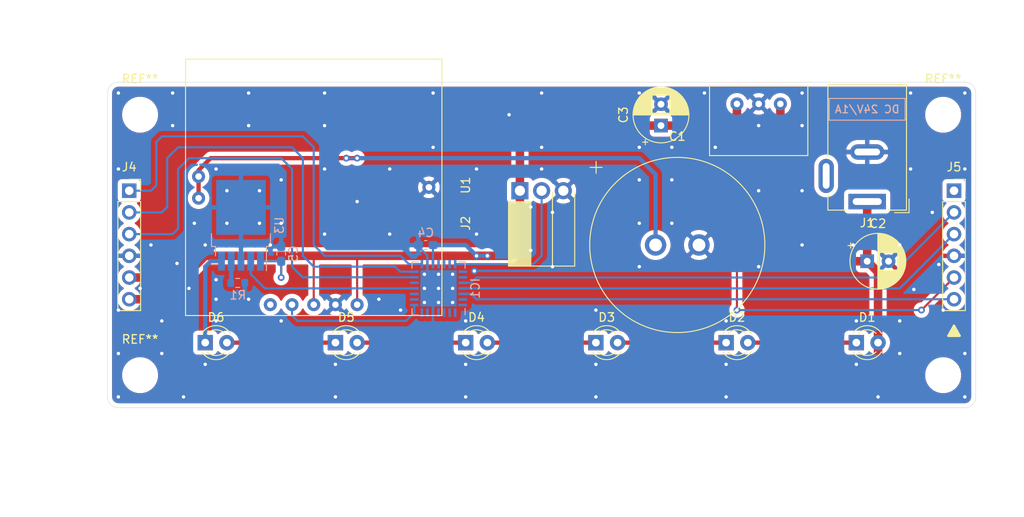
<source format=kicad_pcb>
(kicad_pcb (version 20171130) (host pcbnew "(5.1.8)-1")
  (layers (0 F.Cu signal) (31 B.Cu signal) (34 B.Paste user) (35 F.Paste user) (36 B.SilkS user) (37 F.SilkS user) (38 B.Mask user) (39 F.Mask user) (44 Edge.Cuts user))
  (net 0 "")
  (net 1 GND)
  (net 2 "Net-(C1-Pad1)")
  (net 3 +24V)
  (net 4 +3V3)
  (net 5 "Net-(D1-Pad1)")
  (net 6 "Net-(D2-Pad1)")
  (net 7 "Net-(D3-Pad1)")
  (net 8 "Net-(D4-Pad1)")
  (net 9 "Net-(D5-Pad1)")
  (net 10 "Net-(D6-Pad1)")
  (net 11 "Net-(IC1-Pad28)")
  (net 12 "Net-(IC1-Pad27)")
  (net 13 /MCLR)
  (net 14 /PGD)
  (net 15 /PGC)
  (net 16 "Net-(IC1-Pad23)")
  (net 17 "Net-(IC1-Pad22)")
  (net 18 "Net-(IC1-Pad20)")
  (net 19 "Net-(IC1-Pad19)")
  (net 20 "Net-(IC1-Pad18)")
  (net 21 "Net-(IC1-Pad12)")
  (net 22 "Net-(IC1-Pad10)")
  (net 23 "Net-(IC1-Pad9)")
  (net 24 "Net-(IC1-Pad7)")
  (net 25 "Net-(IC1-Pad6)")
  (net 26 "Net-(IC1-Pad4)")
  (net 27 "Net-(IC1-Pad3)")
  (net 28 "Net-(IC1-Pad2)")
  (net 29 "Net-(IC1-Pad1)")
  (net 30 "Net-(J1-Pad3)")
  (net 31 /PYRO)
  (net 32 /RCK)
  (net 33 /SCK)
  (net 34 /SI)
  (net 35 "Net-(J5-Pad1)")
  (net 36 "Net-(R1-Pad1)")
  (net 37 /RX)
  (net 38 "Net-(U1-Pad5)")
  (net 39 /LED)
  (module Capacitor_THT:CP_Radial_D6.3mm_P2.50mm (layer F.Cu) (at 181.61 106.045)
    (fp_text reference C2 (at 1.25 -4.4) (layer F.SilkS))
    (fp_text value 22u)
    (pad 2 thru_hole circle (at 2.5 0) (size 1.6 1.6) (drill 0.8) (layers *.Cu *.Mask) (net 1 GND))
    (pad 1 thru_hole rect (at 0 0) (size 1.6 1.6) (drill 0.8) (layers *.Cu *.Mask) (net 3 +24V))
  )
  (module Package_DFN_QFN:QFN-28-1EP_6x6mm_P0.65mm_EP4.25x4.25mm (layer B.Cu) (at 131.445 109.22 90)
    (fp_text reference IC1 (at 0 4.3 90) (layer B.SilkS) (effects (justify mirror)))
    (fp_text value PIC18F27Q10)
    (pad 29 smd rect (at 0 0 90) (size 4.25 4.25) (layers B.Cu B.Mask) (net 1 GND))
    (pad 28 smd roundrect (at -1.95 2.8375 90) (size 0.3 1.025) (layers B.Cu B.Paste B.Mask) (net 11 "Net-(IC1-Pad28)"))
    (pad 27 smd roundrect (at -1.3 2.8375 90) (size 0.3 1.025) (layers B.Cu B.Paste B.Mask) (net 12 "Net-(IC1-Pad27)"))
    (pad 26 smd roundrect (at -0.65 2.8375 90) (size 0.3 1.025) (layers B.Cu B.Paste B.Mask) (net 13 /MCLR))
    (pad 25 smd roundrect (at 0 2.8375 90) (size 0.3 1.025) (layers B.Cu B.Paste B.Mask) (net 14 /PGD))
    (pad 24 smd roundrect (at 0.65 2.8375 90) (size 0.3 1.025) (layers B.Cu B.Paste B.Mask) (net 15 /PGC))
    (pad 23 smd roundrect (at 1.3 2.8375 90) (size 0.3 1.025) (layers B.Cu B.Paste B.Mask) (net 16 "Net-(IC1-Pad23)"))
    (pad 22 smd roundrect (at 1.95 2.8375 90) (size 0.3 1.025) (layers B.Cu B.Paste B.Mask) (net 17 "Net-(IC1-Pad22)"))
    (pad 21 smd roundrect (at 2.8375 1.95 90) (size 1.025 0.3) (layers B.Cu B.Paste B.Mask) (net 31 /PYRO))
    (pad 20 smd roundrect (at 2.8375 1.3 90) (size 1.025 0.3) (layers B.Cu B.Paste B.Mask) (net 18 "Net-(IC1-Pad20)"))
    (pad 19 smd roundrect (at 2.8375 0.65 90) (size 1.025 0.3) (layers B.Cu B.Paste B.Mask) (net 19 "Net-(IC1-Pad19)"))
    (pad 18 smd roundrect (at 2.8375 0 90) (size 1.025 0.3) (layers B.Cu B.Paste B.Mask) (net 20 "Net-(IC1-Pad18)"))
    (pad 17 smd roundrect (at 2.8375 -0.65 90) (size 1.025 0.3) (layers B.Cu B.Paste B.Mask) (net 4 +3V3))
    (pad 16 smd roundrect (at 2.8375 -1.3 90) (size 1.025 0.3) (layers B.Cu B.Paste B.Mask) (net 1 GND))
    (pad 15 smd roundrect (at 2.8375 -1.95 90) (size 1.025 0.3) (layers B.Cu B.Paste B.Mask) (net 33 /SCK))
    (pad 14 smd roundrect (at 1.95 -2.8375 90) (size 0.3 1.025) (layers B.Cu B.Paste B.Mask) (net 32 /RCK))
    (pad 13 smd roundrect (at 1.3 -2.8375 90) (size 0.3 1.025) (layers B.Cu B.Paste B.Mask) (net 34 /SI))
    (pad 12 smd roundrect (at 0.65 -2.8375 90) (size 0.3 1.025) (layers B.Cu B.Paste B.Mask) (net 21 "Net-(IC1-Pad12)"))
    (pad 11 smd roundrect (at 0 -2.8375 90) (size 0.3 1.025) (layers B.Cu B.Paste B.Mask) (net 39 /LED))
    (pad 10 smd roundrect (at -0.65 -2.8375 90) (size 0.3 1.025) (layers B.Cu B.Paste B.Mask) (net 22 "Net-(IC1-Pad10)"))
    (pad 9 smd roundrect (at -1.3 -2.8375 90) (size 0.3 1.025) (layers B.Cu B.Paste B.Mask) (net 23 "Net-(IC1-Pad9)"))
    (pad 8 smd roundrect (at -1.95 -2.8375 90) (size 0.3 1.025) (layers B.Cu B.Paste B.Mask) (net 37 /RX))
    (pad 7 smd roundrect (at -2.8375 -1.95 90) (size 1.025 0.3) (layers B.Cu B.Paste B.Mask) (net 24 "Net-(IC1-Pad7)"))
    (pad 6 smd roundrect (at -2.8375 -1.3 90) (size 1.025 0.3) (layers B.Cu B.Paste B.Mask) (net 25 "Net-(IC1-Pad6)"))
    (pad 5 smd roundrect (at -2.8375 -0.65 90) (size 1.025 0.3) (layers B.Cu B.Paste B.Mask) (net 1 GND))
    (pad 4 smd roundrect (at -2.8375 0 90) (size 1.025 0.3) (layers B.Cu B.Paste B.Mask) (net 26 "Net-(IC1-Pad4)"))
    (pad 3 smd roundrect (at -2.8375 0.65 90) (size 1.025 0.3) (layers B.Cu B.Paste B.Mask) (net 27 "Net-(IC1-Pad3)"))
    (pad 2 smd roundrect (at -2.8375 1.3 90) (size 1.025 0.3) (layers B.Cu B.Paste B.Mask) (net 28 "Net-(IC1-Pad2)"))
    (pad 1 smd roundrect (at -2.8375 1.95 90) (size 1.025 0.3) (layers B.Cu B.Paste B.Mask) (net 29 "Net-(IC1-Pad1)"))
  )
  (module MountingHole:MountingHole_3.2mm_M3 (layer F.Cu) (at 96.52 119.38)
    (fp_text reference REF** (at 0 -4.2) (layer F.SilkS))
    (fp_text value MountingHole_3.2mm_M3)
    (pad 1 np_thru_hole circle (at 0 0) (size 3.2 3.2) (drill 3.2) (layers *.Cu *.Mask))
  )
  (module MountingHole:MountingHole_3.2mm_M3 (layer F.Cu) (at 96.52 88.9)
    (fp_text reference REF** (at 0 -4.2) (layer F.SilkS))
    (fp_text value MountingHole_3.2mm_M3)
    (pad 1 np_thru_hole circle (at 0 0) (size 3.2 3.2) (drill 3.2) (layers *.Cu *.Mask))
  )
  (module MountingHole:MountingHole_3.2mm_M3 (layer F.Cu) (at 190.5 88.9)
    (fp_text reference REF** (at 0 -4.2) (layer F.SilkS))
    (fp_text value MountingHole_3.2mm_M3)
    (pad 1 np_thru_hole circle (at 0 0) (size 3.2 3.2) (drill 3.2) (layers *.Cu *.Mask))
  )
  (module MountingHole:MountingHole_3.2mm_M3 (layer F.Cu) (at 190.5 119.38)
    (fp_text reference REF** hide)
    (fp_text value MountingHole_3.2mm_M3)
    (pad 1 np_thru_hole circle (at 0 0) (size 3.2 3.2) (drill 3.2) (layers *.Cu *.Mask))
  )
  (module Package_TO_SOT_SMD:TO-252-5_TabPin3 (layer B.Cu) (at 108.325 101.845 90)
    (fp_text reference U3 (at 0 4.5 90) (layer B.SilkS) (effects (justify mirror)))
    (fp_text value NJW4617)
    (pad 3 smd rect (at 2.1 0 90) (size 6.4 5.8) (layers B.Cu B.Mask) (net 1 GND))
    (pad 5 smd rect (at -4.2 -2.28 90) (size 2.2 0.8) (layers B.Cu B.Paste B.Mask) (net 10 "Net-(D6-Pad1)"))
    (pad 4 smd rect (at -4.2 -1.14 90) (size 2.2 0.8) (layers B.Cu B.Paste B.Mask) (net 36 "Net-(R1-Pad1)"))
    (pad 3 smd rect (at -4.2 0 90) (size 2.2 0.8) (layers B.Cu B.Paste B.Mask) (net 1 GND))
    (pad 2 smd rect (at -4.2 1.14 90) (size 2.2 0.8) (layers B.Cu B.Paste B.Mask) (net 39 /LED))
    (pad 1 smd rect (at -4.2 2.28 90) (size 2.2 0.8) (layers B.Cu B.Paste B.Mask) (net 4 +3V3))
  )
  (module Connector_PinSocket_2.54mm:PinSocket_1x06_P2.54mm_Vertical (layer F.Cu) (at 95.25 97.79)
    (fp_text reference J4 (at 0 -2.77) (layer F.SilkS))
    (fp_text value Conn_01x06)
    (pad 6 thru_hole oval (at 0 12.7) (size 1.7 1.7) (drill 1) (layers *.Cu *.Mask) (net 3 +24V))
    (pad 5 thru_hole oval (at 0 10.16) (size 1.7 1.7) (drill 1) (layers *.Cu *.Mask) (net 4 +3V3))
    (pad 4 thru_hole oval (at 0 7.62) (size 1.7 1.7) (drill 1) (layers *.Cu *.Mask) (net 1 GND))
    (pad 3 thru_hole oval (at 0 5.08) (size 1.7 1.7) (drill 1) (layers *.Cu *.Mask) (net 34 /SI))
    (pad 2 thru_hole oval (at 0 2.54) (size 1.7 1.7) (drill 1) (layers *.Cu *.Mask) (net 32 /RCK))
    (pad 1 thru_hole rect (at 0 0) (size 1.7 1.7) (drill 1) (layers *.Cu *.Mask) (net 33 /SCK))
  )
  (module Gentiana:AE-GPS (layer F.Cu) (at 131.84 112.395 270)
    (fp_text reference U1 (at -15.24 -2.78 90) (layer F.SilkS))
    (fp_text value AE-GPS)
    (pad 8 thru_hole circle (at -15 1.524 270) (size 1.524 1.524) (drill 0.762) (layers *.Cu *.Mask) (net 1 GND))
    (pad 3 thru_hole circle (at -1.27 15 270) (size 1.524 1.524) (drill 0.762) (layers *.Cu *.Mask) (net 4 +3V3))
    (pad 4 thru_hole circle (at -1.27 17.54 270) (size 1.524 1.524) (drill 0.762) (layers *.Cu *.Mask) (net 37 /RX))
    (pad 5 thru_hole circle (at -1.27 20.08 270) (size 1.524 1.524) (drill 0.762) (layers *.Cu *.Mask) (net 38 "Net-(U1-Pad5)"))
    (pad 6 thru_hole circle (at -13.73 28.476 270) (size 1.524 1.524) (drill 0.762) (layers *.Cu *.Mask) (net 2 "Net-(C1-Pad1)"))
    (pad 7 thru_hole circle (at -16.27 28.476) (size 1.524 1.524) (drill 0.762) (layers *.Cu *.Mask) (net 2 "Net-(C1-Pad1)"))
    (pad 2 thru_hole circle (at -1.27 12.46 270) (size 1.524 1.524) (drill 0.762) (layers *.Cu *.Mask) (net 1 GND))
    (pad 1 thru_hole circle (at -1.27 9.92 270) (size 1.524 1.524) (drill 0.762) (layers *.Cu *.Mask) (net 4 +3V3))
  )
  (module Capacitor_SMD:C_0603_1608Metric_Pad1.08x0.95mm_HandSolder (layer B.Cu) (at 113.03 105.1825 90)
    (fp_text reference C5 (at 0 1.43 90) (layer B.SilkS) (effects (justify mirror)))
    (fp_text value 0.1u)
    (pad 2 smd roundrect (at 0.8625 0 90) (size 1.075 0.95) (layers B.Cu B.Paste B.Mask) (net 1 GND))
    (pad 1 smd roundrect (at -0.8625 0 90) (size 1.075 0.95) (layers B.Cu B.Paste B.Mask) (net 4 +3V3))
  )
  (module Capacitor_SMD:C_0603_1608Metric_Pad1.08x0.95mm_HandSolder (layer B.Cu) (at 129.9475 104.14 180)
    (fp_text reference C4 (at 0 1.43) (layer B.SilkS) (effects (justify mirror)))
    (fp_text value 0.1u)
    (pad 2 smd roundrect (at 0.8625 0 180) (size 1.075 0.95) (layers B.Cu B.Paste B.Mask) (net 1 GND))
    (pad 1 smd roundrect (at -0.8625 0 180) (size 1.075 0.95) (layers B.Cu B.Paste B.Mask) (net 4 +3V3))
  )
  (module Gentiana:M78AR-1 (layer F.Cu) (at 168.91 87.63 180)
    (fp_text reference U2 hide)
    (fp_text value M78AR033-1)
    (pad 1 thru_hole circle (at -2.54 0 180) (size 1.524 1.524) (drill 0.762) (layers *.Cu *.Mask) (net 3 +24V))
    (pad 2 thru_hole circle (at 0 0 180) (size 1.524 1.524) (drill 0.762) (layers *.Cu *.Mask) (net 1 GND))
    (pad 3 thru_hole circle (at 2.54 0 180) (size 1.524 1.524) (drill 0.762) (layers *.Cu *.Mask) (net 4 +3V3))
  )
  (module Resistor_SMD:R_0603_1608Metric (layer B.Cu) (at 107.95 108.585)
    (fp_text reference R1 (at 0 1.43) (layer B.SilkS) (effects (justify mirror)))
    (fp_text value 20)
    (pad 2 smd roundrect (at 0.825 0) (size 0.8 0.95) (layers B.Cu B.Paste B.Mask) (net 1 GND))
    (pad 1 smd roundrect (at -0.825 0) (size 0.8 0.95) (layers B.Cu B.Paste B.Mask) (net 36 "Net-(R1-Pad1)"))
  )
  (module Connector_PinSocket_2.54mm:PinSocket_1x06_P2.54mm_Vertical (layer F.Cu) (at 191.77 97.79)
    (fp_text reference J5 (at 0 -2.77) (layer F.SilkS))
    (fp_text value ICSP)
    (pad 6 thru_hole oval (at 0 12.7) (size 1.7 1.7) (drill 1) (layers *.Cu *.Mask) (net 13 /MCLR))
    (pad 5 thru_hole oval (at 0 10.16) (size 1.7 1.7) (drill 1) (layers *.Cu *.Mask) (net 4 +3V3))
    (pad 4 thru_hole oval (at 0 7.62) (size 1.7 1.7) (drill 1) (layers *.Cu *.Mask) (net 1 GND))
    (pad 3 thru_hole oval (at 0 5.08) (size 1.7 1.7) (drill 1) (layers *.Cu *.Mask) (net 14 /PGD))
    (pad 2 thru_hole oval (at 0 2.54) (size 1.7 1.7) (drill 1) (layers *.Cu *.Mask) (net 15 /PGC))
    (pad 1 thru_hole rect (at 0 0) (size 1.7 1.7) (drill 1) (layers *.Cu *.Mask) (net 35 "Net-(J5-Pad1)"))
  )
  (module Gentiana:SB412A (layer F.Cu) (at 143.51 97.79 90)
    (fp_text reference J2 (at -3.81 -8.89 90) (layer F.SilkS))
    (fp_text value SB412A)
    (pad 3 thru_hole circle (at 0 2.54 90) (size 2 2) (drill 1.2) (layers *.Cu *.Mask) (net 1 GND))
    (pad 2 thru_hole circle (at 0 0 90) (size 2 2) (drill 1.2) (layers *.Cu *.Mask) (net 31 /PYRO))
    (pad 1 thru_hole rect (at 0 -2.54 90) (size 2 2) (drill 1.2) (layers *.Cu *.Mask) (net 4 +3V3))
  )
  (module Connector_BarrelJack:BarrelJack_Wuerth_6941xx301002 (layer F.Cu) (at 181.61 99.06 180)
    (fp_text reference J1 (at 0 -2.5) (layer F.SilkS))
    (fp_text value Barrel_Jack_Switch)
    (pad 1 thru_hole rect (at 0 0 180) (size 4.4 1.8) (drill oval 3.4 0.8) (layers *.Cu *.Mask) (net 3 +24V))
    (pad 2 thru_hole oval (at 0 5.8 180) (size 4 1.8) (drill oval 3 0.8) (layers *.Cu *.Mask) (net 1 GND))
    (pad 3 thru_hole oval (at 4.8 3 270) (size 4 1.8) (drill oval 3 0.8) (layers *.Cu *.Mask) (net 30 "Net-(J1-Pad3)"))
  )
  (module LED_THT:LED_D3.0mm (layer F.Cu) (at 104.14 115.57)
    (fp_text reference D6 (at 1.27 -2.96) (layer F.SilkS))
    (fp_text value LED)
    (pad 2 thru_hole circle (at 2.54 0) (size 1.8 1.8) (drill 0.9) (layers *.Cu *.Mask) (net 9 "Net-(D5-Pad1)"))
    (pad 1 thru_hole rect (at 0 0) (size 1.8 1.8) (drill 0.9) (layers *.Cu *.Mask) (net 10 "Net-(D6-Pad1)"))
  )
  (module LED_THT:LED_D3.0mm (layer F.Cu) (at 119.38 115.57)
    (fp_text reference D5 (at 1.27 -2.96) (layer F.SilkS))
    (fp_text value LED)
    (pad 2 thru_hole circle (at 2.54 0) (size 1.8 1.8) (drill 0.9) (layers *.Cu *.Mask) (net 8 "Net-(D4-Pad1)"))
    (pad 1 thru_hole rect (at 0 0) (size 1.8 1.8) (drill 0.9) (layers *.Cu *.Mask) (net 9 "Net-(D5-Pad1)"))
  )
  (module LED_THT:LED_D3.0mm (layer F.Cu) (at 134.62 115.57)
    (fp_text reference D4 (at 1.27 -2.96) (layer F.SilkS))
    (fp_text value LED)
    (pad 2 thru_hole circle (at 2.54 0) (size 1.8 1.8) (drill 0.9) (layers *.Cu *.Mask) (net 7 "Net-(D3-Pad1)"))
    (pad 1 thru_hole rect (at 0 0) (size 1.8 1.8) (drill 0.9) (layers *.Cu *.Mask) (net 8 "Net-(D4-Pad1)"))
  )
  (module LED_THT:LED_D3.0mm (layer F.Cu) (at 149.86 115.57)
    (fp_text reference D3 (at 1.27 -2.96) (layer F.SilkS))
    (fp_text value LED)
    (pad 2 thru_hole circle (at 2.54 0) (size 1.8 1.8) (drill 0.9) (layers *.Cu *.Mask) (net 6 "Net-(D2-Pad1)"))
    (pad 1 thru_hole rect (at 0 0) (size 1.8 1.8) (drill 0.9) (layers *.Cu *.Mask) (net 7 "Net-(D3-Pad1)"))
  )
  (module LED_THT:LED_D3.0mm (layer F.Cu) (at 165.1 115.57)
    (fp_text reference D2 (at 1.27 -2.96) (layer F.SilkS))
    (fp_text value LED)
    (pad 2 thru_hole circle (at 2.54 0) (size 1.8 1.8) (drill 0.9) (layers *.Cu *.Mask) (net 5 "Net-(D1-Pad1)"))
    (pad 1 thru_hole rect (at 0 0) (size 1.8 1.8) (drill 0.9) (layers *.Cu *.Mask) (net 6 "Net-(D2-Pad1)"))
  )
  (module LED_THT:LED_D3.0mm (layer F.Cu) (at 180.34 115.57)
    (fp_text reference D1 (at 1.27 -2.96) (layer F.SilkS))
    (fp_text value LED)
    (pad 2 thru_hole circle (at 2.54 0) (size 1.8 1.8) (drill 0.9) (layers *.Cu *.Mask) (net 3 +24V))
    (pad 1 thru_hole rect (at 0 0) (size 1.8 1.8) (drill 0.9) (layers *.Cu *.Mask) (net 5 "Net-(D1-Pad1)"))
  )
  (module Capacitor_THT:CP_Radial_D6.3mm_P2.50mm (layer F.Cu) (at 157.48 90.17 90)
    (fp_text reference C3 (at 1.25 -4.4 90) (layer F.SilkS))
    (fp_text value 100u)
    (pad 2 thru_hole circle (at 2.5 0 90) (size 1.6 1.6) (drill 0.8) (layers *.Cu *.Mask) (net 1 GND))
    (pad 1 thru_hole rect (at 0 0 90) (size 1.6 1.6) (drill 0.8) (layers *.Cu *.Mask) (net 4 +3V3))
  )
  (module Gentiana:EDLC (layer F.Cu) (at 159.385 104.14)
    (fp_text reference C1 (at 0 -12.7) (layer F.SilkS))
    (fp_text value 1.5F)
    (pad 2 thru_hole circle (at 2.54 0) (size 2.5 2.5) (drill 1.5) (layers *.Cu *.Mask) (net 1 GND))
    (pad 1 thru_hole circle (at -2.54 0) (size 2.5 2.5) (drill 1.5) (layers *.Cu *.Mask) (net 2 "Net-(C1-Pad1)"))
  )
  (gr_line (start 186.055 89.535) (end 186.055 86.995) (layer B.SilkS) (width 0.12))
  (gr_line (start 177.165 89.535) (end 186.055 89.535) (layer B.SilkS) (width 0.12))
  (gr_line (start 177.165 86.995) (end 177.165 89.535) (layer B.SilkS) (width 0.12))
  (gr_line (start 186.055 86.995) (end 177.165 86.995) (layer B.SilkS) (width 0.12))
  (gr_text "DC 24V/1A" (at 181.61 88.265) (layer B.SilkS) (effects (font (size 0.9 0.9)) (justify mirror)))
  (gr_text ▼ (at 191.77 114.3 180) (layer F.SilkS) (effects (font (size 1.5 1.5) (thickness 0.3))))
  (gr_arc (start 93.98 86.36) (end 93.98 85.09) (angle -90) (layer Edge.Cuts) (width 0.05))
  (gr_line (start 193.04 85.09) (end 93.98 85.09) (layer Edge.Cuts) (width 0.05))
  (gr_arc (start 193.04 86.36) (end 194.31 86.36) (angle -90) (layer Edge.Cuts) (width 0.05))
  (gr_arc (start 93.98 121.92) (end 92.71 121.92) (angle -90) (layer Edge.Cuts) (width 0.05))
  (gr_line (start 92.71 86.36) (end 92.71 121.92) (layer Edge.Cuts) (width 0.05))
  (gr_arc (start 193.04 121.92) (end 193.04 123.19) (angle -90) (layer Edge.Cuts) (width 0.05))
  (gr_line (start 93.98 123.19) (end 193.04 123.19) (layer Edge.Cuts) (width 0.05))
  (gr_line (start 194.31 121.92) (end 194.31 86.36) (layer Edge.Cuts) (width 0.05))
  (via (at 131.445 110.871) (size 0.8) (drill 0.4) (layers F.Cu B.Cu) (net 1))
  (via (at 131.445 109.22) (size 0.8) (drill 0.4) (layers F.Cu B.Cu) (net 1))
  (via (at 133.096 109.22) (size 0.8) (drill 0.4) (layers F.Cu B.Cu) (net 1))
  (via (at 131.445 107.569) (size 0.8) (drill 0.4) (layers F.Cu B.Cu) (net 1))
  (via (at 129.794 109.22) (size 0.8) (drill 0.4) (layers F.Cu B.Cu) (net 1))
  (via (at 129.794 107.569) (size 0.8) (drill 0.4) (layers F.Cu B.Cu) (net 1))
  (via (at 133.096 107.569) (size 0.8) (drill 0.4) (layers F.Cu B.Cu) (net 1))
  (via (at 133.096 110.871) (size 0.8) (drill 0.4) (layers F.Cu B.Cu) (net 1))
  (via (at 129.794 110.871) (size 0.8) (drill 0.4) (layers F.Cu B.Cu) (net 1))
  (via (at 106.68 101.6) (size 0.8) (drill 0.4) (layers F.Cu B.Cu) (net 1))
  (via (at 110.49 101.6) (size 0.8) (drill 0.4) (layers F.Cu B.Cu) (net 1))
  (via (at 110.49 97.79) (size 0.8) (drill 0.4) (layers F.Cu B.Cu) (net 1))
  (via (at 106.68 97.79) (size 0.8) (drill 0.4) (layers F.Cu B.Cu) (net 1))
  (segment (start 130.145 106.3825) (end 130.145 105.44) (width 0.25) (layer B.Cu) (net 1))
  (segment (start 129.085 104.14) (end 129.085 104.32) (width 0.25) (layer B.Cu) (net 1))
  (segment (start 130.145 105.38) (end 130.145 105.44) (width 0.25) (layer B.Cu) (net 1))
  (segment (start 129.085 104.32) (end 130.145 105.38) (width 0.25) (layer B.Cu) (net 1))
  (segment (start 130.795 112.0575) (end 130.795 113.015) (width 0.25) (layer B.Cu) (net 1))
  (via (at 93.98 121.92) (size 0.8) (drill 0.4) (layers F.Cu B.Cu) (net 1))
  (via (at 193.04 121.92) (size 0.8) (drill 0.4) (layers F.Cu B.Cu) (net 1))
  (via (at 93.98 86.36) (size 0.8) (drill 0.4) (layers F.Cu B.Cu) (net 1))
  (via (at 193.04 86.36) (size 0.8) (drill 0.4) (layers F.Cu B.Cu) (net 1))
  (via (at 104.14 118.11) (size 0.8) (drill 0.4) (layers F.Cu B.Cu) (net 1))
  (via (at 180.34 118.11) (size 0.8) (drill 0.4) (layers F.Cu B.Cu) (net 1))
  (via (at 165.1 118.11) (size 0.8) (drill 0.4) (layers F.Cu B.Cu) (net 1))
  (via (at 149.86 118.11) (size 0.8) (drill 0.4) (layers F.Cu B.Cu) (net 1))
  (via (at 134.62 118.11) (size 0.8) (drill 0.4) (layers F.Cu B.Cu) (net 1))
  (via (at 119.38 118.11) (size 0.8) (drill 0.4) (layers F.Cu B.Cu) (net 1))
  (via (at 101.6 121.92) (size 0.8) (drill 0.4) (layers F.Cu B.Cu) (net 1))
  (via (at 93.98 111.76) (size 0.8) (drill 0.4) (layers F.Cu B.Cu) (net 1))
  (via (at 99.06 113.03) (size 0.8) (drill 0.4) (layers F.Cu B.Cu) (net 1))
  (via (at 93.98 116.84) (size 0.8) (drill 0.4) (layers F.Cu B.Cu) (net 1))
  (via (at 99.06 116.84) (size 0.8) (drill 0.4) (layers F.Cu B.Cu) (net 1))
  (via (at 96.52 109.22) (size 0.8) (drill 0.4) (layers F.Cu B.Cu) (net 1))
  (via (at 102.235 109.22) (size 0.8) (drill 0.4) (layers F.Cu B.Cu) (net 1))
  (via (at 182.88 121.92) (size 0.8) (drill 0.4) (layers F.Cu B.Cu) (net 1))
  (via (at 119.38 121.92) (size 0.8) (drill 0.4) (layers F.Cu B.Cu) (net 1))
  (via (at 134.62 121.92) (size 0.8) (drill 0.4) (layers F.Cu B.Cu) (net 1))
  (via (at 149.86 121.92) (size 0.8) (drill 0.4) (layers F.Cu B.Cu) (net 1))
  (via (at 165.1 121.92) (size 0.8) (drill 0.4) (layers F.Cu B.Cu) (net 1))
  (via (at 134.62 113.03) (size 0.8) (drill 0.4) (layers F.Cu B.Cu) (net 1))
  (via (at 149.86 111.76) (size 0.8) (drill 0.4) (layers F.Cu B.Cu) (net 1))
  (via (at 165.1 113.03) (size 0.8) (drill 0.4) (layers F.Cu B.Cu) (net 1))
  (via (at 180.34 113.03) (size 0.8) (drill 0.4) (layers F.Cu B.Cu) (net 1))
  (via (at 168.91 97.79) (size 0.8) (drill 0.4) (layers F.Cu B.Cu) (net 1))
  (via (at 168.91 90.17) (size 0.8) (drill 0.4) (layers F.Cu B.Cu) (net 1))
  (via (at 168.91 106.68) (size 0.8) (drill 0.4) (layers F.Cu B.Cu) (net 1))
  (via (at 185.42 104.14) (size 0.8) (drill 0.4) (layers F.Cu B.Cu) (net 1))
  (via (at 189.23 100.33) (size 0.8) (drill 0.4) (layers F.Cu B.Cu) (net 1))
  (via (at 190.5 111.76) (size 0.8) (drill 0.4) (layers F.Cu B.Cu) (net 1))
  (via (at 185.42 113.03) (size 0.8) (drill 0.4) (layers F.Cu B.Cu) (net 1))
  (via (at 193.04 116.84) (size 0.8) (drill 0.4) (layers F.Cu B.Cu) (net 1))
  (via (at 185.42 116.84) (size 0.8) (drill 0.4) (layers F.Cu B.Cu) (net 1))
  (via (at 193.04 95.25) (size 0.8) (drill 0.4) (layers F.Cu B.Cu) (net 1))
  (via (at 186.69 86.36) (size 0.8) (drill 0.4) (layers F.Cu B.Cu) (net 1))
  (via (at 186.69 95.25) (size 0.8) (drill 0.4) (layers F.Cu B.Cu) (net 1))
  (via (at 173.99 86.36) (size 0.8) (drill 0.4) (layers F.Cu B.Cu) (net 1))
  (via (at 173.99 90.17) (size 0.8) (drill 0.4) (layers F.Cu B.Cu) (net 1))
  (via (at 173.99 97.79) (size 0.8) (drill 0.4) (layers F.Cu B.Cu) (net 1))
  (via (at 173.99 104.14) (size 0.8) (drill 0.4) (layers F.Cu B.Cu) (net 1))
  (via (at 144.78 106.68) (size 0.8) (drill 0.4) (layers F.Cu B.Cu) (net 1))
  (via (at 142.24 104.775) (size 0.8) (drill 0.4) (layers F.Cu B.Cu) (net 1))
  (via (at 142.24 99.695) (size 0.8) (drill 0.4) (layers F.Cu B.Cu) (net 1))
  (via (at 144.78 100.33) (size 0.8) (drill 0.4) (layers F.Cu B.Cu) (net 1))
  (via (at 154.94 96.52) (size 0.8) (drill 0.4) (layers F.Cu B.Cu) (net 1))
  (via (at 154.94 101.6) (size 0.8) (drill 0.4) (layers F.Cu B.Cu) (net 1))
  (via (at 158.75 101.6) (size 0.8) (drill 0.4) (layers F.Cu B.Cu) (net 1))
  (via (at 158.75 96.52) (size 0.8) (drill 0.4) (layers F.Cu B.Cu) (net 1))
  (via (at 154.94 92.71) (size 0.8) (drill 0.4) (layers F.Cu B.Cu) (net 1))
  (via (at 143.51 92.71) (size 0.8) (drill 0.4) (layers F.Cu B.Cu) (net 1))
  (via (at 143.51 95.25) (size 0.8) (drill 0.4) (layers F.Cu B.Cu) (net 1))
  (via (at 162.56 86.36) (size 0.8) (drill 0.4) (layers F.Cu B.Cu) (net 1))
  (via (at 154.94 86.36) (size 0.8) (drill 0.4) (layers F.Cu B.Cu) (net 1))
  (via (at 143.51 86.36) (size 0.8) (drill 0.4) (layers F.Cu B.Cu) (net 1))
  (via (at 163.83 92.71) (size 0.8) (drill 0.4) (layers F.Cu B.Cu) (net 1))
  (via (at 158.75 92.71) (size 0.8) (drill 0.4) (layers F.Cu B.Cu) (net 1))
  (via (at 130.81 92.71) (size 0.8) (drill 0.4) (layers F.Cu B.Cu) (net 1))
  (via (at 130.81 86.36) (size 0.8) (drill 0.4) (layers F.Cu B.Cu) (net 1))
  (via (at 118.11 102.87) (size 0.8) (drill 0.4) (layers F.Cu B.Cu) (net 1))
  (via (at 118.11 95.25) (size 0.8) (drill 0.4) (layers F.Cu B.Cu) (net 1))
  (via (at 125.73 95.25) (size 0.8) (drill 0.4) (layers F.Cu B.Cu) (net 1))
  (via (at 125.73 102.87) (size 0.8) (drill 0.4) (layers F.Cu B.Cu) (net 1))
  (via (at 135.89 102.87) (size 0.8) (drill 0.4) (layers F.Cu B.Cu) (net 1))
  (via (at 135.89 95.25) (size 0.8) (drill 0.4) (layers F.Cu B.Cu) (net 1))
  (via (at 124.46 110.49) (size 0.8) (drill 0.4) (layers F.Cu B.Cu) (net 1))
  (via (at 127 111.76) (size 0.8) (drill 0.4) (layers F.Cu B.Cu) (net 1))
  (via (at 100.33 86.36) (size 0.8) (drill 0.4) (layers F.Cu B.Cu) (net 1))
  (via (at 100.33 90.17) (size 0.8) (drill 0.4) (layers F.Cu B.Cu) (net 1))
  (via (at 118.11 90.17) (size 0.8) (drill 0.4) (layers F.Cu B.Cu) (net 1))
  (via (at 118.11 86.36) (size 0.8) (drill 0.4) (layers F.Cu B.Cu) (net 1))
  (via (at 93.98 95.25) (size 0.8) (drill 0.4) (layers F.Cu B.Cu) (net 1))
  (via (at 113.03 96.52) (size 0.8) (drill 0.4) (layers F.Cu B.Cu) (net 1))
  (via (at 113.03 101.6) (size 0.8) (drill 0.4) (layers F.Cu B.Cu) (net 1))
  (via (at 105.41 95.25) (size 0.8) (drill 0.4) (layers F.Cu B.Cu) (net 1))
  (via (at 102.87 101.6) (size 0.8) (drill 0.4) (layers F.Cu B.Cu) (net 1))
  (via (at 111.76 104.14) (size 0.8) (drill 0.4) (layers F.Cu B.Cu) (net 1))
  (via (at 104.14 104.14) (size 0.8) (drill 0.4) (layers F.Cu B.Cu) (net 1))
  (via (at 97.79 104.14) (size 0.8) (drill 0.4) (layers F.Cu B.Cu) (net 1))
  (via (at 105.41 110.49) (size 0.8) (drill 0.4) (layers F.Cu B.Cu) (net 1))
  (via (at 105.41 113.03) (size 0.8) (drill 0.4) (layers F.Cu B.Cu) (net 1))
  (via (at 109.22 110.49) (size 0.8) (drill 0.4) (layers F.Cu B.Cu) (net 1))
  (via (at 113.03 113.03) (size 0.8) (drill 0.4) (layers F.Cu B.Cu) (net 1))
  (via (at 121.92 99.06) (size 0.8) (drill 0.4) (layers F.Cu B.Cu) (net 1))
  (via (at 154.94 106.68) (size 0.8) (drill 0.4) (layers F.Cu B.Cu) (net 1))
  (via (at 109.22 86.36) (size 0.8) (drill 0.4) (layers F.Cu B.Cu) (net 1))
  (via (at 109.22 90.17) (size 0.8) (drill 0.4) (layers F.Cu B.Cu) (net 1))
  (via (at 139.7 88.9) (size 0.8) (drill 0.4) (layers F.Cu B.Cu) (net 1))
  (segment (start 130.145 106.3825) (end 130.145 107.218) (width 0.25) (layer B.Cu) (net 1))
  (segment (start 130.795 112.0575) (end 130.795 110.632) (width 0.25) (layer B.Cu) (net 1))
  (via (at 105.41 108.204) (size 0.8) (drill 0.4) (layers F.Cu B.Cu) (net 1))
  (via (at 100.838 106.299) (size 0.8) (drill 0.4) (layers F.Cu B.Cu) (net 1))
  (via (at 189.992 106.426) (size 0.8) (drill 0.4) (layers F.Cu B.Cu) (net 1))
  (via (at 187.071 109.347) (size 0.8) (drill 0.4) (layers F.Cu B.Cu) (net 1))
  (via (at 179.959 104.14) (size 0.8) (drill 0.4) (layers F.Cu B.Cu) (net 1))
  (via (at 135.636 107.188) (size 0.8) (drill 0.4) (layers F.Cu B.Cu) (net 1))
  (segment (start 156.845 104.14) (end 156.845 95.885) (width 0.5) (layer B.Cu) (net 2))
  (segment (start 156.845 95.885) (end 154.94 93.98) (width 0.5) (layer B.Cu) (net 2))
  (segment (start 120.65 93.98) (end 120.65 93.98) (width 0.25) (layer B.Cu) (net 2))
  (via (at 120.65 93.98) (size 0.8) (drill 0.4) (layers F.Cu B.Cu) (net 2))
  (segment (start 121.92 93.98) (end 120.65 93.98) (width 0.25) (layer B.Cu) (net 2))
  (via (at 121.92 93.98) (size 0.8) (drill 0.4) (layers F.Cu B.Cu) (net 2))
  (segment (start 103.364 98.665) (end 103.364 95.391) (width 0.5) (layer F.Cu) (net 2))
  (segment (start 104.775 93.98) (end 121.92 93.98) (width 0.5) (layer F.Cu) (net 2))
  (segment (start 103.364 95.391) (end 104.775 93.98) (width 0.5) (layer F.Cu) (net 2))
  (segment (start 154.94 93.98) (end 121.92 93.98) (width 0.5) (layer B.Cu) (net 2))
  (segment (start 182.88 115.57) (end 182.88 119.38) (width 1) (layer F.Cu) (net 3))
  (segment (start 182.88 119.38) (end 181.61 120.65) (width 1) (layer F.Cu) (net 3))
  (segment (start 181.61 120.65) (end 166.37 120.65) (width 1) (layer F.Cu) (net 3))
  (segment (start 110.605 106.045) (end 113.03 106.045) (width 0.25) (layer B.Cu) (net 4))
  (segment (start 102.87 120.65) (end 101.6 119.38) (width 1) (layer F.Cu) (net 3))
  (segment (start 166.37 120.65) (end 102.87 120.65) (width 1) (layer F.Cu) (net 3))
  (segment (start 101.6 119.38) (end 101.6 111.76) (width 1) (layer F.Cu) (net 3))
  (segment (start 100.33 110.49) (end 101.6 111.76) (width 1) (layer F.Cu) (net 3))
  (segment (start 95.25 110.49) (end 100.33 110.49) (width 1) (layer F.Cu) (net 3))
  (segment (start 181.61 99.06) (end 181.61 106.045) (width 1) (layer F.Cu) (net 3))
  (segment (start 171.45 104.775) (end 171.45 87.63) (width 1) (layer F.Cu) (net 3))
  (segment (start 172.72 106.045) (end 171.45 104.775) (width 1) (layer F.Cu) (net 3))
  (segment (start 181.61 106.045) (end 172.72 106.045) (width 1) (layer F.Cu) (net 3))
  (segment (start 182.88 107.315) (end 182.88 115.57) (width 1) (layer F.Cu) (net 3))
  (segment (start 181.61 106.045) (end 182.88 107.315) (width 1) (layer F.Cu) (net 3))
  (segment (start 130.795 106.3825) (end 130.795 104.155) (width 0.25) (layer B.Cu) (net 4))
  (segment (start 95.25 107.95) (end 101.6 107.95) (width 1) (layer F.Cu) (net 4))
  (segment (start 101.6 107.95) (end 104.14 105.41) (width 1) (layer F.Cu) (net 4))
  (segment (start 130.81 104.14) (end 132.715 104.14) (width 0.5) (layer B.Cu) (net 4))
  (segment (start 191.77 107.95) (end 187.96 111.76) (width 0.25) (layer F.Cu) (net 4))
  (via (at 187.96 111.76) (size 0.8) (drill 0.4) (layers F.Cu B.Cu) (net 4))
  (segment (start 157.48 90.17) (end 142.24 90.17) (width 1) (layer F.Cu) (net 4))
  (segment (start 142.24 90.17) (end 140.97 91.44) (width 1) (layer F.Cu) (net 4))
  (segment (start 140.97 91.44) (end 140.97 97.79) (width 1) (layer F.Cu) (net 4))
  (segment (start 140.97 97.79) (end 140.97 104.14) (width 1) (layer F.Cu) (net 4))
  (segment (start 140.97 104.14) (end 139.7 105.41) (width 1) (layer F.Cu) (net 4))
  (segment (start 139.7 105.41) (end 132.08 105.41) (width 1) (layer F.Cu) (net 4))
  (segment (start 132.08 105.41) (end 133.35 105.41) (width 1) (layer F.Cu) (net 4))
  (via (at 166.37 111.76) (size 0.8) (drill 0.4) (layers F.Cu B.Cu) (net 4))
  (segment (start 187.96 111.76) (end 166.37 111.76) (width 0.25) (layer B.Cu) (net 4))
  (segment (start 121.92 111.125) (end 121.92 105.41) (width 0.25) (layer F.Cu) (net 4))
  (segment (start 121.92 105.41) (end 132.08 105.41) (width 1) (layer F.Cu) (net 4))
  (segment (start 118.11 105.41) (end 121.92 105.41) (width 1) (layer F.Cu) (net 4))
  (segment (start 132.715 104.14) (end 134.62 104.14) (width 0.5) (layer B.Cu) (net 4))
  (segment (start 134.62 104.14) (end 135.89 105.41) (width 0.5) (layer B.Cu) (net 4))
  (segment (start 135.89 105.41) (end 137.16 105.41) (width 0.5) (layer B.Cu) (net 4))
  (segment (start 137.16 105.41) (end 137.16 105.41) (width 0.25) (layer B.Cu) (net 4))
  (via (at 137.16 105.41) (size 0.8) (drill 0.4) (layers F.Cu B.Cu) (net 4))
  (segment (start 135.89 105.41) (end 135.89 105.41) (width 0.25) (layer B.Cu) (net 4))
  (via (at 135.89 105.41) (size 0.8) (drill 0.4) (layers F.Cu B.Cu) (net 4))
  (segment (start 113.03 105.41) (end 113.03 107.95) (width 0.25) (layer F.Cu) (net 4))
  (segment (start 104.14 105.41) (end 113.03 105.41) (width 1) (layer F.Cu) (net 4))
  (via (at 113.03 107.95) (size 0.8) (drill 0.4) (layers F.Cu B.Cu) (net 4))
  (segment (start 116.84 111.125) (end 116.84 105.41) (width 0.25) (layer F.Cu) (net 4))
  (segment (start 116.84 105.41) (end 118.11 105.41) (width 1) (layer F.Cu) (net 4))
  (segment (start 113.03 105.41) (end 116.84 105.41) (width 1) (layer F.Cu) (net 4))
  (segment (start 113.03 107.95) (end 113.03 106.045) (width 0.25) (layer B.Cu) (net 4))
  (segment (start 165.1 90.17) (end 166.37 88.9) (width 1) (layer F.Cu) (net 4))
  (segment (start 166.37 87.63) (end 166.37 88.9) (width 1) (layer F.Cu) (net 4))
  (segment (start 165.1 90.17) (end 157.48 90.17) (width 1) (layer F.Cu) (net 4))
  (segment (start 165.1 90.17) (end 166.37 90.17) (width 1) (layer F.Cu) (net 4))
  (segment (start 166.37 90.17) (end 166.37 111.76) (width 0.25) (layer F.Cu) (net 4))
  (segment (start 166.37 87.63) (end 166.37 90.17) (width 0.25) (layer F.Cu) (net 4))
  (segment (start 166.37 88.9) (end 166.37 90.17) (width 1) (layer F.Cu) (net 4))
  (segment (start 180.34 115.57) (end 167.64 115.57) (width 0.5) (layer F.Cu) (net 5))
  (segment (start 165.1 115.57) (end 152.4 115.57) (width 0.5) (layer F.Cu) (net 6))
  (segment (start 149.86 115.57) (end 137.16 115.57) (width 0.5) (layer F.Cu) (net 7))
  (segment (start 134.62 115.57) (end 121.92 115.57) (width 0.5) (layer F.Cu) (net 8))
  (segment (start 106.68 115.57) (end 119.38 115.57) (width 0.5) (layer F.Cu) (net 9))
  (segment (start 106.045 106.045) (end 104.775 106.045) (width 0.5) (layer B.Cu) (net 10))
  (segment (start 104.775 106.045) (end 104.14 106.68) (width 0.5) (layer B.Cu) (net 10))
  (segment (start 104.14 106.68) (end 104.14 115.57) (width 0.5) (layer B.Cu) (net 10))
  (segment (start 191.77 110.49) (end 140.97 110.49) (width 0.25) (layer B.Cu) (net 13))
  (segment (start 134.2825 109.87) (end 135.27 109.87) (width 0.25) (layer B.Cu) (net 13))
  (segment (start 135.27 109.87) (end 135.89 110.49) (width 0.25) (layer B.Cu) (net 13))
  (segment (start 135.89 110.49) (end 140.97 110.49) (width 0.25) (layer B.Cu) (net 13))
  (segment (start 185.42 109.22) (end 191.77 102.87) (width 0.25) (layer B.Cu) (net 14))
  (segment (start 134.2825 109.22) (end 185.42 109.22) (width 0.25) (layer B.Cu) (net 14))
  (segment (start 184.15 107.95) (end 191.77 100.33) (width 0.25) (layer B.Cu) (net 15))
  (segment (start 134.2825 108.57) (end 135.24 108.57) (width 0.25) (layer B.Cu) (net 15))
  (segment (start 135.24 108.57) (end 135.86 107.95) (width 0.25) (layer B.Cu) (net 15))
  (segment (start 135.86 107.95) (end 141.605 107.95) (width 0.25) (layer B.Cu) (net 15))
  (segment (start 184.15 107.95) (end 141.605 107.95) (width 0.25) (layer B.Cu) (net 15))
  (segment (start 143.51 97.79) (end 143.51 105.41) (width 0.25) (layer B.Cu) (net 31))
  (segment (start 142.5375 106.3825) (end 143.51 105.41) (width 0.25) (layer B.Cu) (net 31))
  (segment (start 133.395 106.3825) (end 142.5375 106.3825) (width 0.25) (layer B.Cu) (net 31))
  (segment (start 99.695 99.695) (end 99.06 100.33) (width 0.25) (layer B.Cu) (net 32))
  (segment (start 99.695 93.98) (end 99.695 99.695) (width 0.25) (layer B.Cu) (net 32))
  (segment (start 115.57 93.98) (end 114.3 92.71) (width 0.25) (layer B.Cu) (net 32))
  (segment (start 96.52 100.33) (end 95.25 100.33) (width 0.25) (layer B.Cu) (net 32))
  (segment (start 115.57 105.41) (end 115.57 93.98) (width 0.25) (layer B.Cu) (net 32))
  (segment (start 116.84 106.68) (end 115.57 105.41) (width 0.25) (layer B.Cu) (net 32))
  (segment (start 99.06 100.33) (end 96.52 100.33) (width 0.25) (layer B.Cu) (net 32))
  (segment (start 100.965 92.71) (end 99.695 93.98) (width 0.25) (layer B.Cu) (net 32))
  (segment (start 126.365 106.68) (end 116.84 106.68) (width 0.25) (layer B.Cu) (net 32))
  (segment (start 126.955 107.27) (end 126.365 106.68) (width 0.25) (layer B.Cu) (net 32))
  (segment (start 114.3 92.71) (end 100.965 92.71) (width 0.25) (layer B.Cu) (net 32))
  (segment (start 128.6075 107.27) (end 126.955 107.27) (width 0.25) (layer B.Cu) (net 32))
  (segment (start 127.9725 106.3825) (end 127 105.41) (width 0.25) (layer B.Cu) (net 33))
  (segment (start 121.285 105.41) (end 118.11 105.41) (width 0.25) (layer B.Cu) (net 33))
  (segment (start 118.11 105.41) (end 116.84 104.14) (width 0.25) (layer B.Cu) (net 33))
  (segment (start 116.84 104.14) (end 116.84 101.6) (width 0.25) (layer B.Cu) (net 33))
  (segment (start 111.76 91.44) (end 115.57 91.44) (width 0.25) (layer B.Cu) (net 33))
  (segment (start 115.57 91.44) (end 116.84 92.71) (width 0.25) (layer B.Cu) (net 33))
  (segment (start 116.84 92.71) (end 116.84 101.6) (width 0.25) (layer B.Cu) (net 33))
  (segment (start 129.495 106.3825) (end 127.9725 106.3825) (width 0.25) (layer B.Cu) (net 33))
  (segment (start 127 105.41) (end 123.19 105.41) (width 0.25) (layer B.Cu) (net 33))
  (segment (start 123.19 105.41) (end 121.285 105.41) (width 0.25) (layer B.Cu) (net 33))
  (segment (start 123.825 105.41) (end 123.19 105.41) (width 0.25) (layer B.Cu) (net 33))
  (segment (start 99.06 91.44) (end 98.425 92.075) (width 0.25) (layer B.Cu) (net 33))
  (segment (start 99.06 91.44) (end 111.76 91.44) (width 0.25) (layer B.Cu) (net 33))
  (segment (start 98.425 92.075) (end 98.425 97.155) (width 0.25) (layer B.Cu) (net 33))
  (segment (start 98.425 97.155) (end 97.79 97.79) (width 0.25) (layer B.Cu) (net 33))
  (segment (start 97.79 97.79) (end 95.25 97.79) (width 0.25) (layer B.Cu) (net 33))
  (segment (start 97.79 102.87) (end 95.25 102.87) (width 0.25) (layer B.Cu) (net 34))
  (segment (start 100.33 102.87) (end 97.79 102.87) (width 0.25) (layer B.Cu) (net 34))
  (segment (start 100.965 102.235) (end 100.33 102.87) (width 0.25) (layer B.Cu) (net 34))
  (segment (start 100.965 95.25) (end 100.965 102.235) (width 0.25) (layer B.Cu) (net 34))
  (segment (start 102.235 93.98) (end 100.965 95.25) (width 0.25) (layer B.Cu) (net 34))
  (segment (start 114.3 106.68) (end 114.3 95.25) (width 0.25) (layer B.Cu) (net 34))
  (segment (start 113.03 93.98) (end 102.235 93.98) (width 0.25) (layer B.Cu) (net 34))
  (segment (start 114.3 95.25) (end 113.03 93.98) (width 0.25) (layer B.Cu) (net 34))
  (segment (start 115.54 107.92) (end 114.3 106.68) (width 0.25) (layer B.Cu) (net 34))
  (segment (start 128.6075 107.92) (end 115.54 107.92) (width 0.25) (layer B.Cu) (net 34))
  (segment (start 107.185 106.045) (end 107.185 108.455) (width 0.5) (layer B.Cu) (net 36))
  (segment (start 127.635 113.03) (end 128.6075 112.0575) (width 0.25) (layer B.Cu) (net 37))
  (segment (start 128.6075 112.0575) (end 128.6075 111.17) (width 0.25) (layer B.Cu) (net 37))
  (segment (start 114.3 111.125) (end 114.3 111.76) (width 0.25) (layer B.Cu) (net 37))
  (segment (start 114.3 111.125) (end 114.3 112.395) (width 0.25) (layer B.Cu) (net 37))
  (segment (start 114.3 112.395) (end 114.935 113.03) (width 0.25) (layer B.Cu) (net 37))
  (segment (start 123.19 113.03) (end 124.46 113.03) (width 0.25) (layer B.Cu) (net 37))
  (segment (start 127.635 113.03) (end 123.19 113.03) (width 0.25) (layer B.Cu) (net 37))
  (segment (start 114.935 113.03) (end 123.19 113.03) (width 0.25) (layer B.Cu) (net 37))
  (segment (start 111.125 109.22) (end 109.465 107.56) (width 0.25) (layer B.Cu) (net 39))
  (segment (start 109.465 107.56) (end 109.465 106.045) (width 0.25) (layer B.Cu) (net 39))
  (segment (start 128.6075 109.22) (end 111.125 109.22) (width 0.25) (layer B.Cu) (net 39))
  (zone (net 1) (net_name GND) (layer F.Cu) (connect_pads (clearance 0.508)) (min_thickness 0.254) (fill yes (arc_segments 32) (thermal_gap 0.508) (thermal_bridge_width 0.508))
    (polygon (pts (xy 195.58 124.46) (xy 91.44 124.46) (xy 91.44 83.82) (xy 195.58 83.82)))
  )
  (zone (net 1) (net_name GND) (layer B.Cu) (connect_pads (clearance 0.508)) (min_thickness 0.254) (fill yes (arc_segments 32) (thermal_gap 0.508) (thermal_bridge_width 0.508))
    (polygon (pts (xy 195.58 124.46) (xy 91.44 124.46) (xy 91.44 83.82) (xy 195.58 83.82)))
  )
)
</source>
